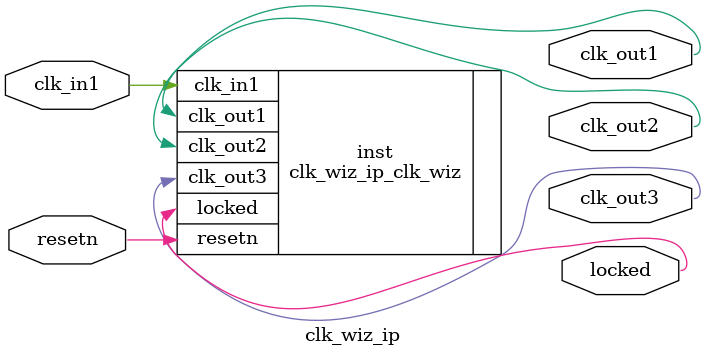
<source format=v>


`timescale 1ps/1ps

(* CORE_GENERATION_INFO = "clk_wiz_ip,clk_wiz_v5_3_3_0,{component_name=clk_wiz_ip,use_phase_alignment=true,use_min_o_jitter=false,use_max_i_jitter=false,use_dyn_phase_shift=false,use_inclk_switchover=false,use_dyn_reconfig=false,enable_axi=0,feedback_source=FDBK_AUTO,PRIMITIVE=MMCM,num_out_clk=3,clkin1_period=5.0,clkin2_period=10.0,use_power_down=false,use_reset=true,use_locked=true,use_inclk_stopped=false,feedback_type=SINGLE,CLOCK_MGR_TYPE=NA,manual_override=false}" *)

module clk_wiz_ip 
 (
  // Clock out ports
  output        clk_out1,
  output        clk_out2,
  output        clk_out3,
  // Status and control signals
  input         resetn,
  output        locked,
 // Clock in ports
  input         clk_in1
 );

  clk_wiz_ip_clk_wiz inst
  (
  // Clock out ports  
  .clk_out1(clk_out1),
  .clk_out2(clk_out2),
  .clk_out3(clk_out3),
  // Status and control signals               
  .resetn(resetn), 
  .locked(locked),
 // Clock in ports
  .clk_in1(clk_in1)
  );

endmodule

</source>
